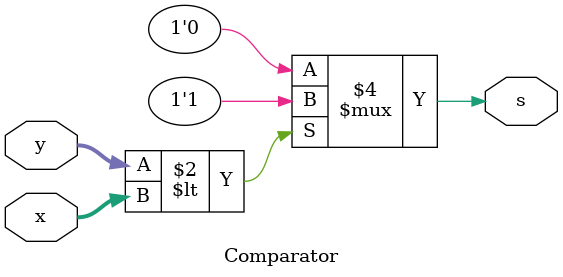
<source format=sv>
/****************************************************************************
 * Comparator.sv
 ****************************************************************************/

/**
 * Module: Comparator
 * 
 * TODO: Add module documentation
 */
module Comparator(input logic [7:0] x,
				input logic [7:0] y,
				output logic s);
	
	always @(*)
		if (y < x)
			s <= 1'b1;
		else
			s <= 1'b0;

endmodule



</source>
